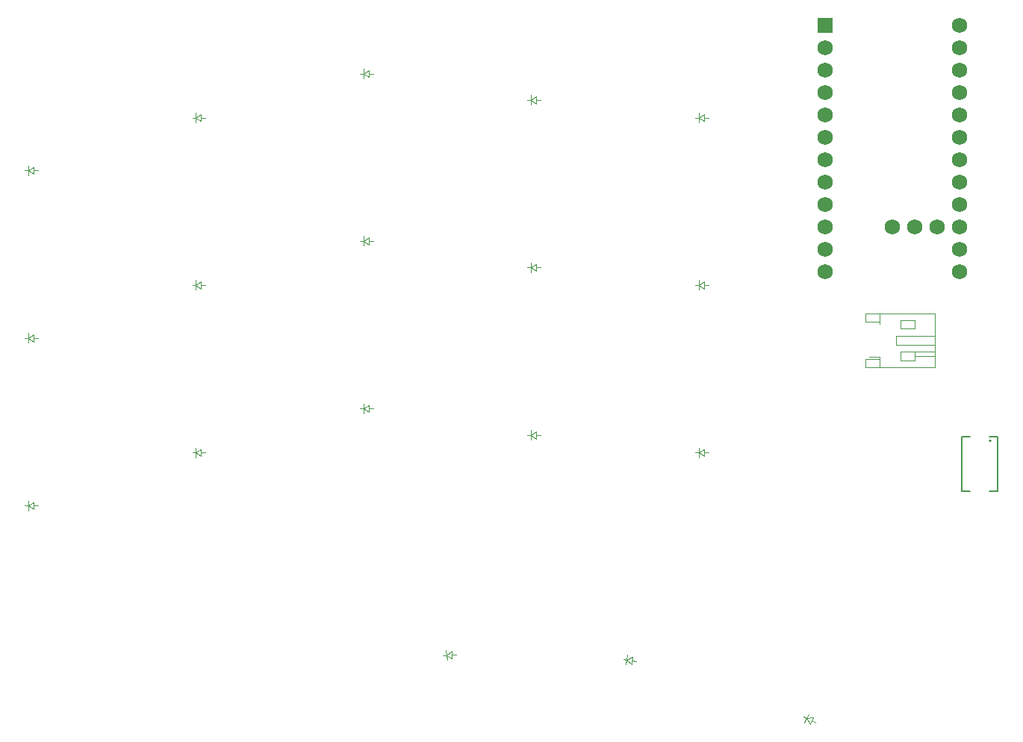
<source format=gbr>
%TF.GenerationSoftware,KiCad,Pcbnew,8.0.1*%
%TF.CreationDate,2024-03-26T11:55:02+01:00*%
%TF.ProjectId,main_board,6d61696e-5f62-46f6-9172-642e6b696361,v1.0.0*%
%TF.SameCoordinates,Original*%
%TF.FileFunction,Legend,Bot*%
%TF.FilePolarity,Positive*%
%FSLAX46Y46*%
G04 Gerber Fmt 4.6, Leading zero omitted, Abs format (unit mm)*
G04 Created by KiCad (PCBNEW 8.0.1) date 2024-03-26 11:55:02*
%MOMM*%
%LPD*%
G01*
G04 APERTURE LIST*
%ADD10C,0.100000*%
%ADD11C,0.200000*%
%ADD12C,0.120000*%
%ADD13R,1.752600X1.752600*%
%ADD14C,1.752600*%
G04 APERTURE END LIST*
D10*
%TO.C,D3*%
X190250000Y-54250000D02*
X190650000Y-54250000D01*
X190650000Y-54250000D02*
X190650000Y-53700000D01*
X190650000Y-54250000D02*
X190650000Y-54800000D01*
X190650000Y-54250000D02*
X191250000Y-53850000D01*
X191250000Y-53850000D02*
X191250000Y-54650000D01*
X191250000Y-54250000D02*
X191750000Y-54250000D01*
X191250000Y-54650000D02*
X190650000Y-54250000D01*
%TO.C,D18*%
X278532583Y-116226825D02*
X278895106Y-116395873D01*
X278895106Y-116395873D02*
X278662666Y-116894342D01*
X278895106Y-116395873D02*
X279127546Y-115897403D01*
X278895106Y-116395873D02*
X279607938Y-116286920D01*
X279269844Y-117011967D02*
X278895106Y-116395873D01*
X279438891Y-116649444D02*
X279892045Y-116860753D01*
X279607938Y-116286920D02*
X279269844Y-117011967D01*
%TO.C,D15*%
X266250000Y-48250000D02*
X266650000Y-48250000D01*
X266650000Y-48250000D02*
X266650000Y-47700000D01*
X266650000Y-48250000D02*
X266650000Y-48800000D01*
X266650000Y-48250000D02*
X267250000Y-47850000D01*
X267250000Y-47850000D02*
X267250000Y-48650000D01*
X267250000Y-48250000D02*
X267750000Y-48250000D01*
X267250000Y-48650000D02*
X266650000Y-48250000D01*
%TO.C,D17*%
X258110959Y-109661239D02*
X258504882Y-109730698D01*
X258504882Y-109730698D02*
X258409376Y-110272342D01*
X258504882Y-109730698D02*
X258600389Y-109189054D01*
X258504882Y-109730698D02*
X259165226Y-109440964D01*
X259026308Y-110228810D02*
X258504882Y-109730698D01*
X259095767Y-109834887D02*
X259588171Y-109921711D01*
X259165226Y-109440964D02*
X259026308Y-110228810D01*
%TO.C,D8*%
X228250000Y-62250000D02*
X228650000Y-62250000D01*
X228650000Y-62250000D02*
X228650000Y-61700000D01*
X228650000Y-62250000D02*
X228650000Y-62800000D01*
X228650000Y-62250000D02*
X229250000Y-61850000D01*
X229250000Y-61850000D02*
X229250000Y-62650000D01*
X229250000Y-62250000D02*
X229750000Y-62250000D01*
X229250000Y-62650000D02*
X228650000Y-62250000D01*
%TO.C,D6*%
X209250000Y-48250000D02*
X209650000Y-48250000D01*
X209650000Y-48250000D02*
X209650000Y-47700000D01*
X209650000Y-48250000D02*
X209650000Y-48800000D01*
X209650000Y-48250000D02*
X210250000Y-47850000D01*
X210250000Y-47850000D02*
X210250000Y-48650000D01*
X210250000Y-48250000D02*
X210750000Y-48250000D01*
X210250000Y-48650000D02*
X209650000Y-48250000D01*
%TO.C,D4*%
X209250000Y-86250000D02*
X209650000Y-86250000D01*
X209650000Y-86250000D02*
X209650000Y-85700000D01*
X209650000Y-86250000D02*
X209650000Y-86800000D01*
X209650000Y-86250000D02*
X210250000Y-85850000D01*
X210250000Y-85850000D02*
X210250000Y-86650000D01*
X210250000Y-86250000D02*
X210750000Y-86250000D01*
X210250000Y-86650000D02*
X209650000Y-86250000D01*
%TO.C,D5*%
X209250000Y-67250000D02*
X209650000Y-67250000D01*
X209650000Y-67250000D02*
X209650000Y-66700000D01*
X209650000Y-67250000D02*
X209650000Y-67800000D01*
X209650000Y-67250000D02*
X210250000Y-66850000D01*
X210250000Y-66850000D02*
X210250000Y-67650000D01*
X210250000Y-67250000D02*
X210750000Y-67250000D01*
X210250000Y-67650000D02*
X209650000Y-67250000D01*
%TO.C,D12*%
X247250000Y-46250000D02*
X247650000Y-46250000D01*
X247650000Y-46250000D02*
X247650000Y-45700000D01*
X247650000Y-46250000D02*
X247650000Y-46800000D01*
X247650000Y-46250000D02*
X248250000Y-45850000D01*
X248250000Y-45850000D02*
X248250000Y-46650000D01*
X248250000Y-46250000D02*
X248750000Y-46250000D01*
X248250000Y-46650000D02*
X247650000Y-46250000D01*
D11*
%TO.C,S19*%
X296450000Y-84400000D02*
X297400000Y-84400000D01*
X296450000Y-90600000D02*
X296450000Y-84400000D01*
X297400000Y-90600000D02*
X296450000Y-90600000D01*
X299600000Y-90600000D02*
X300550000Y-90600000D01*
X300550000Y-84400000D02*
X299600000Y-84400000D01*
X300550000Y-90600000D02*
X300550000Y-84400000D01*
X299800000Y-84900000D02*
G75*
G02*
X299600000Y-84900000I-100000J0D01*
G01*
X299600000Y-84900000D02*
G75*
G02*
X299800000Y-84900000I100000J0D01*
G01*
D10*
%TO.C,D1*%
X190250000Y-92250000D02*
X190650000Y-92250000D01*
X190650000Y-92250000D02*
X190650000Y-91700000D01*
X190650000Y-92250000D02*
X190650000Y-92800000D01*
X190650000Y-92250000D02*
X191250000Y-91850000D01*
X191250000Y-91850000D02*
X191250000Y-92650000D01*
X191250000Y-92250000D02*
X191750000Y-92250000D01*
X191250000Y-92650000D02*
X190650000Y-92250000D01*
%TO.C,D9*%
X228250000Y-43250000D02*
X228650000Y-43250000D01*
X228650000Y-43250000D02*
X228650000Y-42700000D01*
X228650000Y-43250000D02*
X228650000Y-43800000D01*
X228650000Y-43250000D02*
X229250000Y-42850000D01*
X229250000Y-42850000D02*
X229250000Y-43650000D01*
X229250000Y-43250000D02*
X229750000Y-43250000D01*
X229250000Y-43650000D02*
X228650000Y-43250000D01*
%TO.C,D10*%
X247250000Y-84250000D02*
X247650000Y-84250000D01*
X247650000Y-84250000D02*
X247650000Y-83700000D01*
X247650000Y-84250000D02*
X247650000Y-84800000D01*
X247650000Y-84250000D02*
X248250000Y-83850000D01*
X248250000Y-83850000D02*
X248250000Y-84650000D01*
X248250000Y-84250000D02*
X248750000Y-84250000D01*
X248250000Y-84650000D02*
X247650000Y-84250000D01*
D12*
%TO.C,_1*%
X285590000Y-70440000D02*
X285590000Y-71360000D01*
X285590000Y-71360000D02*
X287190000Y-71360000D01*
X285590000Y-75640000D02*
X285590000Y-76560000D01*
X285590000Y-76560000D02*
X293410000Y-76560000D01*
X287190000Y-70440000D02*
X287190000Y-71360000D01*
X287190000Y-71360000D02*
X287190000Y-71640000D01*
X287190000Y-75360000D02*
X285975000Y-75360000D01*
X287190000Y-75360000D02*
X287190000Y-75640000D01*
X287190000Y-75640000D02*
X285590000Y-75640000D01*
X287190000Y-76560000D02*
X287190000Y-75640000D01*
X289050000Y-73000000D02*
X293410000Y-73000000D01*
X289050000Y-74000000D02*
X289050000Y-73000000D01*
X289550000Y-71200000D02*
X291150000Y-71200000D01*
X289550000Y-72200000D02*
X289550000Y-71200000D01*
X289550000Y-74800000D02*
X289550000Y-75800000D01*
X289550000Y-75800000D02*
X291150000Y-75800000D01*
X291150000Y-71200000D02*
X291150000Y-72200000D01*
X291150000Y-72200000D02*
X289550000Y-72200000D01*
X291150000Y-74800000D02*
X289550000Y-74800000D01*
X291150000Y-74800000D02*
X293410000Y-74800000D01*
X291150000Y-75300000D02*
X293410000Y-75300000D01*
X291150000Y-75800000D02*
X291150000Y-74800000D01*
X293410000Y-70440000D02*
X285590000Y-70440000D01*
X293410000Y-74000000D02*
X289050000Y-74000000D01*
X293410000Y-76560000D02*
X293410000Y-70440000D01*
D10*
%TO.C,D14*%
X266250000Y-67250000D02*
X266650000Y-67250000D01*
X266650000Y-67250000D02*
X266650000Y-66700000D01*
X266650000Y-67250000D02*
X266650000Y-67800000D01*
X266650000Y-67250000D02*
X267250000Y-66850000D01*
X267250000Y-66850000D02*
X267250000Y-67650000D01*
X267250000Y-67250000D02*
X267750000Y-67250000D01*
X267250000Y-67650000D02*
X266650000Y-67250000D01*
%TO.C,D13*%
X266250000Y-86250000D02*
X266650000Y-86250000D01*
X266650000Y-86250000D02*
X266650000Y-85700000D01*
X266650000Y-86250000D02*
X266650000Y-86800000D01*
X266650000Y-86250000D02*
X267250000Y-85850000D01*
X267250000Y-85850000D02*
X267250000Y-86650000D01*
X267250000Y-86250000D02*
X267750000Y-86250000D01*
X267250000Y-86650000D02*
X266650000Y-86250000D01*
%TO.C,D7*%
X228250000Y-81250000D02*
X228650000Y-81250000D01*
X228650000Y-81250000D02*
X228650000Y-80700000D01*
X228650000Y-81250000D02*
X228650000Y-81800000D01*
X228650000Y-81250000D02*
X229250000Y-80850000D01*
X229250000Y-80850000D02*
X229250000Y-81650000D01*
X229250000Y-81250000D02*
X229750000Y-81250000D01*
X229250000Y-81650000D02*
X228650000Y-81250000D01*
%TO.C,D2*%
X190250000Y-73250000D02*
X190650000Y-73250000D01*
X190650000Y-73250000D02*
X190650000Y-72700000D01*
X190650000Y-73250000D02*
X190650000Y-73800000D01*
X190650000Y-73250000D02*
X191250000Y-72850000D01*
X191250000Y-72850000D02*
X191250000Y-73650000D01*
X191250000Y-73250000D02*
X191750000Y-73250000D01*
X191250000Y-73650000D02*
X190650000Y-73250000D01*
%TO.C,D11*%
X247250000Y-65250000D02*
X247650000Y-65250000D01*
X247650000Y-65250000D02*
X247650000Y-64700000D01*
X247650000Y-65250000D02*
X247650000Y-65800000D01*
X247650000Y-65250000D02*
X248250000Y-64850000D01*
X248250000Y-64850000D02*
X248250000Y-65650000D01*
X248250000Y-65250000D02*
X248750000Y-65250000D01*
X248250000Y-65650000D02*
X247650000Y-65250000D01*
%TO.C,D16*%
X237666386Y-109256044D02*
X238064864Y-109221183D01*
X238064864Y-109221183D02*
X238016928Y-108673274D01*
X238064864Y-109221183D02*
X238112800Y-109769089D01*
X238064864Y-109221183D02*
X238627718Y-108770410D01*
X238627718Y-108770410D02*
X238697443Y-109567366D01*
X238662581Y-109168888D02*
X239160678Y-109125310D01*
X238697443Y-109567366D02*
X238064864Y-109221183D01*
%TD*%
D13*
%TO.C,MCU1*%
X280980000Y-37780000D03*
D14*
X280980000Y-40320000D03*
X280980000Y-42860000D03*
X280980000Y-45400000D03*
X280980000Y-47940000D03*
X280980000Y-50480000D03*
X280980000Y-53020000D03*
X280980000Y-55560000D03*
X280980000Y-58100000D03*
X280980000Y-60640000D03*
X280980000Y-63180000D03*
X280980000Y-65720000D03*
X296220000Y-37780000D03*
X296220000Y-40320000D03*
X296220000Y-42860000D03*
X296220000Y-45400000D03*
X296220000Y-47940000D03*
X296220000Y-50480000D03*
X296220000Y-53020000D03*
X296220000Y-55560000D03*
X296220000Y-58100000D03*
X296220000Y-60640000D03*
X296220000Y-63180000D03*
X296220000Y-65720000D03*
X293680000Y-60640000D03*
X291140000Y-60640000D03*
X288600000Y-60640000D03*
%TD*%
M02*

</source>
